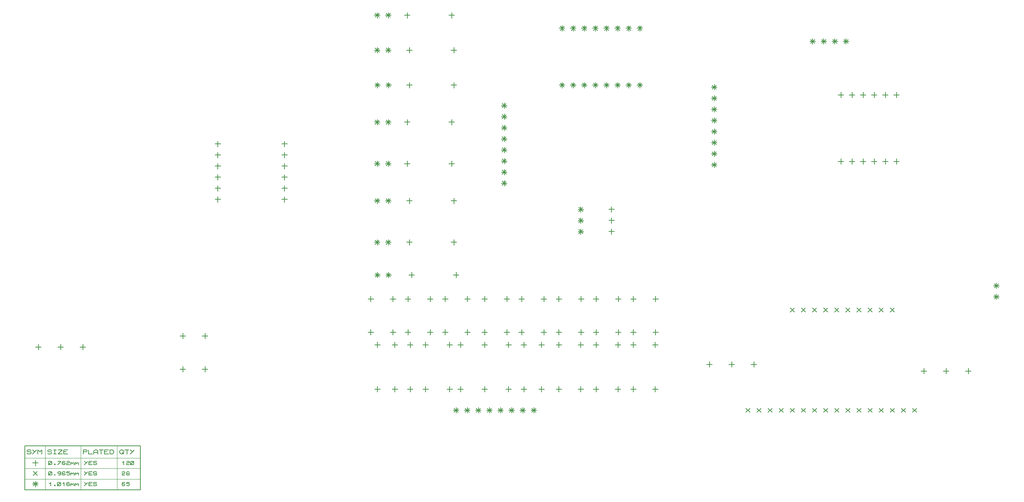
<source format=gbr>
G04 PROTEUS RS274X GERBER FILE*
%FSLAX45Y45*%
%MOMM*%
G01*
%ADD17C,0.203200*%
%ADD20C,0.127000*%
%ADD21C,0.063500*%
D17*
X-9242000Y-186500D02*
X-9242000Y-313500D01*
X-9305500Y-250000D02*
X-9178500Y-250000D01*
X-8734000Y-186500D02*
X-8734000Y-313500D01*
X-8797500Y-250000D02*
X-8670500Y-250000D01*
X-9750000Y-186500D02*
X-9750000Y-313500D01*
X-9813500Y-250000D02*
X-9686500Y-250000D01*
X-6448000Y+67500D02*
X-6448000Y-59500D01*
X-6511500Y+4000D02*
X-6384500Y+4000D01*
X-5940000Y+67500D02*
X-5940000Y-59500D01*
X-6003500Y+4000D02*
X-5876500Y+4000D01*
X-5940000Y-694500D02*
X-5940000Y-821500D01*
X-6003500Y-758000D02*
X-5876500Y-758000D01*
X-6448000Y-694500D02*
X-6448000Y-821500D01*
X-6511500Y-758000D02*
X-6384500Y-758000D01*
X-1750000Y+7413500D02*
X-1750000Y+7286500D01*
X-1813500Y+7350000D02*
X-1686500Y+7350000D01*
X-1794901Y+7394901D02*
X-1705099Y+7305099D01*
X-1794901Y+7305099D02*
X-1705099Y+7394901D01*
X-2004000Y+7413500D02*
X-2004000Y+7286500D01*
X-2067500Y+7350000D02*
X-1940500Y+7350000D01*
X-2048901Y+7394901D02*
X-1959099Y+7305099D01*
X-2048901Y+7305099D02*
X-1959099Y+7394901D01*
X-1750000Y+6613500D02*
X-1750000Y+6486500D01*
X-1813500Y+6550000D02*
X-1686500Y+6550000D01*
X-1794901Y+6594901D02*
X-1705099Y+6505099D01*
X-1794901Y+6505099D02*
X-1705099Y+6594901D01*
X-2004000Y+6613500D02*
X-2004000Y+6486500D01*
X-2067500Y+6550000D02*
X-1940500Y+6550000D01*
X-2048901Y+6594901D02*
X-1959099Y+6505099D01*
X-2048901Y+6505099D02*
X-1959099Y+6594901D01*
X-1746000Y+5813500D02*
X-1746000Y+5686500D01*
X-1809500Y+5750000D02*
X-1682500Y+5750000D01*
X-1790901Y+5794901D02*
X-1701099Y+5705099D01*
X-1790901Y+5705099D02*
X-1701099Y+5794901D01*
X-2000000Y+5813500D02*
X-2000000Y+5686500D01*
X-2063500Y+5750000D02*
X-1936500Y+5750000D01*
X-2044901Y+5794901D02*
X-1955099Y+5705099D01*
X-2044901Y+5705099D02*
X-1955099Y+5794901D01*
X-1750000Y+4963500D02*
X-1750000Y+4836500D01*
X-1813500Y+4900000D02*
X-1686500Y+4900000D01*
X-1794901Y+4944901D02*
X-1705099Y+4855099D01*
X-1794901Y+4855099D02*
X-1705099Y+4944901D01*
X-2004000Y+4963500D02*
X-2004000Y+4836500D01*
X-2067500Y+4900000D02*
X-1940500Y+4900000D01*
X-2048901Y+4944901D02*
X-1959099Y+4855099D01*
X-2048901Y+4855099D02*
X-1959099Y+4944901D01*
X-1750000Y+4013500D02*
X-1750000Y+3886500D01*
X-1813500Y+3950000D02*
X-1686500Y+3950000D01*
X-1794901Y+3994901D02*
X-1705099Y+3905099D01*
X-1794901Y+3905099D02*
X-1705099Y+3994901D01*
X-2004000Y+4013500D02*
X-2004000Y+3886500D01*
X-2067500Y+3950000D02*
X-1940500Y+3950000D01*
X-2048901Y+3994901D02*
X-1959099Y+3905099D01*
X-2048901Y+3905099D02*
X-1959099Y+3994901D01*
X-1750000Y+3163500D02*
X-1750000Y+3036500D01*
X-1813500Y+3100000D02*
X-1686500Y+3100000D01*
X-1794901Y+3144901D02*
X-1705099Y+3055099D01*
X-1794901Y+3055099D02*
X-1705099Y+3144901D01*
X-2004000Y+3163500D02*
X-2004000Y+3036500D01*
X-2067500Y+3100000D02*
X-1940500Y+3100000D01*
X-2048901Y+3144901D02*
X-1959099Y+3055099D01*
X-2048901Y+3055099D02*
X-1959099Y+3144901D01*
X-1750000Y+2213500D02*
X-1750000Y+2086500D01*
X-1813500Y+2150000D02*
X-1686500Y+2150000D01*
X-1794901Y+2194901D02*
X-1705099Y+2105099D01*
X-1794901Y+2105099D02*
X-1705099Y+2194901D01*
X-2004000Y+2213500D02*
X-2004000Y+2086500D01*
X-2067500Y+2150000D02*
X-1940500Y+2150000D01*
X-2048901Y+2194901D02*
X-1959099Y+2105099D01*
X-2048901Y+2105099D02*
X-1959099Y+2194901D01*
X-1746000Y+1463500D02*
X-1746000Y+1336500D01*
X-1809500Y+1400000D02*
X-1682500Y+1400000D01*
X-1790901Y+1444901D02*
X-1701099Y+1355099D01*
X-1790901Y+1355099D02*
X-1701099Y+1444901D01*
X-2000000Y+1463500D02*
X-2000000Y+1336500D01*
X-2063500Y+1400000D02*
X-1936500Y+1400000D01*
X-2044901Y+1444901D02*
X-1955099Y+1355099D01*
X-2044901Y+1355099D02*
X-1955099Y+1444901D01*
X-200000Y+1463500D02*
X-200000Y+1336500D01*
X-263500Y+1400000D02*
X-136500Y+1400000D01*
X-1216000Y+1463500D02*
X-1216000Y+1336500D01*
X-1279500Y+1400000D02*
X-1152500Y+1400000D01*
X-250000Y+2213500D02*
X-250000Y+2086500D01*
X-313500Y+2150000D02*
X-186500Y+2150000D01*
X-1266000Y+2213500D02*
X-1266000Y+2086500D01*
X-1329500Y+2150000D02*
X-1202500Y+2150000D01*
X-250000Y+3163500D02*
X-250000Y+3036500D01*
X-313500Y+3100000D02*
X-186500Y+3100000D01*
X-1266000Y+3163500D02*
X-1266000Y+3036500D01*
X-1329500Y+3100000D02*
X-1202500Y+3100000D01*
X-300000Y+4013500D02*
X-300000Y+3886500D01*
X-363500Y+3950000D02*
X-236500Y+3950000D01*
X-1316000Y+4013500D02*
X-1316000Y+3886500D01*
X-1379500Y+3950000D02*
X-1252500Y+3950000D01*
X-300000Y+4963500D02*
X-300000Y+4836500D01*
X-363500Y+4900000D02*
X-236500Y+4900000D01*
X-1316000Y+4963500D02*
X-1316000Y+4836500D01*
X-1379500Y+4900000D02*
X-1252500Y+4900000D01*
X-250000Y+5813500D02*
X-250000Y+5686500D01*
X-313500Y+5750000D02*
X-186500Y+5750000D01*
X-1266000Y+5813500D02*
X-1266000Y+5686500D01*
X-1329500Y+5750000D02*
X-1202500Y+5750000D01*
X-250000Y+6613500D02*
X-250000Y+6486500D01*
X-313500Y+6550000D02*
X-186500Y+6550000D01*
X-1266000Y+6613500D02*
X-1266000Y+6486500D01*
X-1329500Y+6550000D02*
X-1202500Y+6550000D01*
X-300000Y+7413500D02*
X-300000Y+7286500D01*
X-363500Y+7350000D02*
X-236500Y+7350000D01*
X-1316000Y+7413500D02*
X-1316000Y+7286500D01*
X-1379500Y+7350000D02*
X-1252500Y+7350000D01*
X+900000Y+3563500D02*
X+900000Y+3436500D01*
X+836500Y+3500000D02*
X+963500Y+3500000D01*
X+855099Y+3544901D02*
X+944901Y+3455099D01*
X+855099Y+3455099D02*
X+944901Y+3544901D01*
X+900000Y+3817500D02*
X+900000Y+3690500D01*
X+836500Y+3754000D02*
X+963500Y+3754000D01*
X+855099Y+3798901D02*
X+944901Y+3709099D01*
X+855099Y+3709099D02*
X+944901Y+3798901D01*
X+900000Y+4071500D02*
X+900000Y+3944500D01*
X+836500Y+4008000D02*
X+963500Y+4008000D01*
X+855099Y+4052901D02*
X+944901Y+3963099D01*
X+855099Y+3963099D02*
X+944901Y+4052901D01*
X+900000Y+4325500D02*
X+900000Y+4198500D01*
X+836500Y+4262000D02*
X+963500Y+4262000D01*
X+855099Y+4306901D02*
X+944901Y+4217099D01*
X+855099Y+4217099D02*
X+944901Y+4306901D01*
X+900000Y+4579500D02*
X+900000Y+4452500D01*
X+836500Y+4516000D02*
X+963500Y+4516000D01*
X+855099Y+4560901D02*
X+944901Y+4471099D01*
X+855099Y+4471099D02*
X+944901Y+4560901D01*
X+900000Y+4833500D02*
X+900000Y+4706500D01*
X+836500Y+4770000D02*
X+963500Y+4770000D01*
X+855099Y+4814901D02*
X+944901Y+4725099D01*
X+855099Y+4725099D02*
X+944901Y+4814901D01*
X+900000Y+5087500D02*
X+900000Y+4960500D01*
X+836500Y+5024000D02*
X+963500Y+5024000D01*
X+855099Y+5068901D02*
X+944901Y+4979099D01*
X+855099Y+4979099D02*
X+944901Y+5068901D01*
X+900000Y+5341500D02*
X+900000Y+5214500D01*
X+836500Y+5278000D02*
X+963500Y+5278000D01*
X+855099Y+5322901D02*
X+944901Y+5233099D01*
X+855099Y+5233099D02*
X+944901Y+5322901D01*
X+4000000Y+7113500D02*
X+4000000Y+6986500D01*
X+3936500Y+7050000D02*
X+4063500Y+7050000D01*
X+3955099Y+7094901D02*
X+4044901Y+7005099D01*
X+3955099Y+7005099D02*
X+4044901Y+7094901D01*
X+3746000Y+7113500D02*
X+3746000Y+6986500D01*
X+3682500Y+7050000D02*
X+3809500Y+7050000D01*
X+3701099Y+7094901D02*
X+3790901Y+7005099D01*
X+3701099Y+7005099D02*
X+3790901Y+7094901D01*
X+3492000Y+7113500D02*
X+3492000Y+6986500D01*
X+3428500Y+7050000D02*
X+3555500Y+7050000D01*
X+3447099Y+7094901D02*
X+3536901Y+7005099D01*
X+3447099Y+7005099D02*
X+3536901Y+7094901D01*
X+3238000Y+7113500D02*
X+3238000Y+6986500D01*
X+3174500Y+7050000D02*
X+3301500Y+7050000D01*
X+3193099Y+7094901D02*
X+3282901Y+7005099D01*
X+3193099Y+7005099D02*
X+3282901Y+7094901D01*
X+2984000Y+7113500D02*
X+2984000Y+6986500D01*
X+2920500Y+7050000D02*
X+3047500Y+7050000D01*
X+2939099Y+7094901D02*
X+3028901Y+7005099D01*
X+2939099Y+7005099D02*
X+3028901Y+7094901D01*
X+2730000Y+7113500D02*
X+2730000Y+6986500D01*
X+2666500Y+7050000D02*
X+2793500Y+7050000D01*
X+2685099Y+7094901D02*
X+2774901Y+7005099D01*
X+2685099Y+7005099D02*
X+2774901Y+7094901D01*
X+2476000Y+7113500D02*
X+2476000Y+6986500D01*
X+2412500Y+7050000D02*
X+2539500Y+7050000D01*
X+2431099Y+7094901D02*
X+2520901Y+7005099D01*
X+2431099Y+7005099D02*
X+2520901Y+7094901D01*
X+2222000Y+7113500D02*
X+2222000Y+6986500D01*
X+2158500Y+7050000D02*
X+2285500Y+7050000D01*
X+2177099Y+7094901D02*
X+2266901Y+7005099D01*
X+2177099Y+7005099D02*
X+2266901Y+7094901D01*
X+4000000Y+5813500D02*
X+4000000Y+5686500D01*
X+3936500Y+5750000D02*
X+4063500Y+5750000D01*
X+3955099Y+5794901D02*
X+4044901Y+5705099D01*
X+3955099Y+5705099D02*
X+4044901Y+5794901D01*
X+3746000Y+5813500D02*
X+3746000Y+5686500D01*
X+3682500Y+5750000D02*
X+3809500Y+5750000D01*
X+3701099Y+5794901D02*
X+3790901Y+5705099D01*
X+3701099Y+5705099D02*
X+3790901Y+5794901D01*
X+3492000Y+5813500D02*
X+3492000Y+5686500D01*
X+3428500Y+5750000D02*
X+3555500Y+5750000D01*
X+3447099Y+5794901D02*
X+3536901Y+5705099D01*
X+3447099Y+5705099D02*
X+3536901Y+5794901D01*
X+3238000Y+5813500D02*
X+3238000Y+5686500D01*
X+3174500Y+5750000D02*
X+3301500Y+5750000D01*
X+3193099Y+5794901D02*
X+3282901Y+5705099D01*
X+3193099Y+5705099D02*
X+3282901Y+5794901D01*
X+2984000Y+5813500D02*
X+2984000Y+5686500D01*
X+2920500Y+5750000D02*
X+3047500Y+5750000D01*
X+2939099Y+5794901D02*
X+3028901Y+5705099D01*
X+2939099Y+5705099D02*
X+3028901Y+5794901D01*
X+2730000Y+5813500D02*
X+2730000Y+5686500D01*
X+2666500Y+5750000D02*
X+2793500Y+5750000D01*
X+2685099Y+5794901D02*
X+2774901Y+5705099D01*
X+2685099Y+5705099D02*
X+2774901Y+5794901D01*
X+2476000Y+5813500D02*
X+2476000Y+5686500D01*
X+2412500Y+5750000D02*
X+2539500Y+5750000D01*
X+2431099Y+5794901D02*
X+2520901Y+5705099D01*
X+2431099Y+5705099D02*
X+2520901Y+5794901D01*
X+2222000Y+5813500D02*
X+2222000Y+5686500D01*
X+2158500Y+5750000D02*
X+2285500Y+5750000D01*
X+2177099Y+5794901D02*
X+2266901Y+5705099D01*
X+2177099Y+5705099D02*
X+2266901Y+5794901D01*
X+5700000Y+5763500D02*
X+5700000Y+5636500D01*
X+5636500Y+5700000D02*
X+5763500Y+5700000D01*
X+5655099Y+5744901D02*
X+5744901Y+5655099D01*
X+5655099Y+5655099D02*
X+5744901Y+5744901D01*
X+5700000Y+5509500D02*
X+5700000Y+5382500D01*
X+5636500Y+5446000D02*
X+5763500Y+5446000D01*
X+5655099Y+5490901D02*
X+5744901Y+5401099D01*
X+5655099Y+5401099D02*
X+5744901Y+5490901D01*
X+5700000Y+5255500D02*
X+5700000Y+5128500D01*
X+5636500Y+5192000D02*
X+5763500Y+5192000D01*
X+5655099Y+5236901D02*
X+5744901Y+5147099D01*
X+5655099Y+5147099D02*
X+5744901Y+5236901D01*
X+5700000Y+5001500D02*
X+5700000Y+4874500D01*
X+5636500Y+4938000D02*
X+5763500Y+4938000D01*
X+5655099Y+4982901D02*
X+5744901Y+4893099D01*
X+5655099Y+4893099D02*
X+5744901Y+4982901D01*
X+5700000Y+4747500D02*
X+5700000Y+4620500D01*
X+5636500Y+4684000D02*
X+5763500Y+4684000D01*
X+5655099Y+4728901D02*
X+5744901Y+4639099D01*
X+5655099Y+4639099D02*
X+5744901Y+4728901D01*
X+5700000Y+4493500D02*
X+5700000Y+4366500D01*
X+5636500Y+4430000D02*
X+5763500Y+4430000D01*
X+5655099Y+4474901D02*
X+5744901Y+4385099D01*
X+5655099Y+4385099D02*
X+5744901Y+4474901D01*
X+5700000Y+4239500D02*
X+5700000Y+4112500D01*
X+5636500Y+4176000D02*
X+5763500Y+4176000D01*
X+5655099Y+4220901D02*
X+5744901Y+4131099D01*
X+5655099Y+4131099D02*
X+5744901Y+4220901D01*
X+5700000Y+3985500D02*
X+5700000Y+3858500D01*
X+5636500Y+3922000D02*
X+5763500Y+3922000D01*
X+5655099Y+3966901D02*
X+5744901Y+3877099D01*
X+5655099Y+3877099D02*
X+5744901Y+3966901D01*
X+8712000Y+6813500D02*
X+8712000Y+6686500D01*
X+8648500Y+6750000D02*
X+8775500Y+6750000D01*
X+8667099Y+6794901D02*
X+8756901Y+6705099D01*
X+8667099Y+6705099D02*
X+8756901Y+6794901D01*
X+8458000Y+6813500D02*
X+8458000Y+6686500D01*
X+8394500Y+6750000D02*
X+8521500Y+6750000D01*
X+8413099Y+6794901D02*
X+8502901Y+6705099D01*
X+8413099Y+6705099D02*
X+8502901Y+6794901D01*
X+8204000Y+6813500D02*
X+8204000Y+6686500D01*
X+8140500Y+6750000D02*
X+8267500Y+6750000D01*
X+8159099Y+6794901D02*
X+8248901Y+6705099D01*
X+8159099Y+6705099D02*
X+8248901Y+6794901D01*
X+7950000Y+6813500D02*
X+7950000Y+6686500D01*
X+7886500Y+6750000D02*
X+8013500Y+6750000D01*
X+7905099Y+6794901D02*
X+7994901Y+6705099D01*
X+7905099Y+6705099D02*
X+7994901Y+6794901D01*
X+6423099Y-1655099D02*
X+6512901Y-1744901D01*
X+6423099Y-1744901D02*
X+6512901Y-1655099D01*
X+6677099Y-1655099D02*
X+6766901Y-1744901D01*
X+6677099Y-1744901D02*
X+6766901Y-1655099D01*
X+6931099Y-1655099D02*
X+7020901Y-1744901D01*
X+6931099Y-1744901D02*
X+7020901Y-1655099D01*
X+7185099Y-1655099D02*
X+7274901Y-1744901D01*
X+7185099Y-1744901D02*
X+7274901Y-1655099D01*
X+7439099Y-1655099D02*
X+7528901Y-1744901D01*
X+7439099Y-1744901D02*
X+7528901Y-1655099D01*
X+7693099Y-1655099D02*
X+7782901Y-1744901D01*
X+7693099Y-1744901D02*
X+7782901Y-1655099D01*
X+7947099Y-1655099D02*
X+8036901Y-1744901D01*
X+7947099Y-1744901D02*
X+8036901Y-1655099D01*
X+8201099Y-1655099D02*
X+8290901Y-1744901D01*
X+8201099Y-1744901D02*
X+8290901Y-1655099D01*
X+8455099Y-1655099D02*
X+8544901Y-1744901D01*
X+8455099Y-1744901D02*
X+8544901Y-1655099D01*
X+8709099Y-1655099D02*
X+8798901Y-1744901D01*
X+8709099Y-1744901D02*
X+8798901Y-1655099D01*
X+8963099Y-1655099D02*
X+9052901Y-1744901D01*
X+8963099Y-1744901D02*
X+9052901Y-1655099D01*
X+9217099Y-1655099D02*
X+9306901Y-1744901D01*
X+9217099Y-1744901D02*
X+9306901Y-1655099D01*
X+9471099Y-1655099D02*
X+9560901Y-1744901D01*
X+9471099Y-1744901D02*
X+9560901Y-1655099D01*
X+9725099Y-1655099D02*
X+9814901Y-1744901D01*
X+9725099Y-1744901D02*
X+9814901Y-1655099D01*
X+9979099Y-1655099D02*
X+10068901Y-1744901D01*
X+9979099Y-1744901D02*
X+10068901Y-1655099D01*
X+10233099Y-1655099D02*
X+10322901Y-1744901D01*
X+10233099Y-1744901D02*
X+10322901Y-1655099D01*
X+7439099Y+644901D02*
X+7528901Y+555099D01*
X+7439099Y+555099D02*
X+7528901Y+644901D01*
X+7693099Y+644901D02*
X+7782901Y+555099D01*
X+7693099Y+555099D02*
X+7782901Y+644901D01*
X+7947099Y+644901D02*
X+8036901Y+555099D01*
X+7947099Y+555099D02*
X+8036901Y+644901D01*
X+8201099Y+644901D02*
X+8290901Y+555099D01*
X+8201099Y+555099D02*
X+8290901Y+644901D01*
X+8455099Y+644901D02*
X+8544901Y+555099D01*
X+8455099Y+555099D02*
X+8544901Y+644901D01*
X+8709099Y+644901D02*
X+8798901Y+555099D01*
X+8709099Y+555099D02*
X+8798901Y+644901D01*
X+8963099Y+644901D02*
X+9052901Y+555099D01*
X+8963099Y+555099D02*
X+9052901Y+644901D01*
X+9217099Y+644901D02*
X+9306901Y+555099D01*
X+9217099Y+555099D02*
X+9306901Y+644901D01*
X+9471099Y+644901D02*
X+9560901Y+555099D01*
X+9471099Y+555099D02*
X+9560901Y+644901D01*
X+9725099Y+644901D02*
X+9814901Y+555099D01*
X+9725099Y+555099D02*
X+9814901Y+644901D01*
X+10492000Y-736500D02*
X+10492000Y-863500D01*
X+10428500Y-800000D02*
X+10555500Y-800000D01*
X+11000000Y-736500D02*
X+11000000Y-863500D01*
X+10936500Y-800000D02*
X+11063500Y-800000D01*
X+11508000Y-736500D02*
X+11508000Y-863500D01*
X+11444500Y-800000D02*
X+11571500Y-800000D01*
X+5592000Y-586500D02*
X+5592000Y-713500D01*
X+5528500Y-650000D02*
X+5655500Y-650000D01*
X+6100000Y-586500D02*
X+6100000Y-713500D01*
X+6036500Y-650000D02*
X+6163500Y-650000D01*
X+6608000Y-586500D02*
X+6608000Y-713500D01*
X+6544500Y-650000D02*
X+6671500Y-650000D01*
X+12150000Y+963500D02*
X+12150000Y+836500D01*
X+12086500Y+900000D02*
X+12213500Y+900000D01*
X+12105099Y+944901D02*
X+12194901Y+855099D01*
X+12105099Y+855099D02*
X+12194901Y+944901D01*
X+12150000Y+1217500D02*
X+12150000Y+1090500D01*
X+12086500Y+1154000D02*
X+12213500Y+1154000D01*
X+12105099Y+1198901D02*
X+12194901Y+1109099D01*
X+12105099Y+1109099D02*
X+12194901Y+1198901D01*
X-2150000Y+913500D02*
X-2150000Y+786500D01*
X-2213500Y+850000D02*
X-2086500Y+850000D01*
X-1642000Y+913500D02*
X-1642000Y+786500D01*
X-1705500Y+850000D02*
X-1578500Y+850000D01*
X-2150000Y+151500D02*
X-2150000Y+24500D01*
X-2213500Y+88000D02*
X-2086500Y+88000D01*
X-1642000Y+151500D02*
X-1642000Y+24500D01*
X-1705500Y+88000D02*
X-1578500Y+88000D01*
X-1300000Y+913500D02*
X-1300000Y+786500D01*
X-1363500Y+850000D02*
X-1236500Y+850000D01*
X-792000Y+913500D02*
X-792000Y+786500D01*
X-855500Y+850000D02*
X-728500Y+850000D01*
X-1300000Y+151500D02*
X-1300000Y+24500D01*
X-1363500Y+88000D02*
X-1236500Y+88000D01*
X-792000Y+151500D02*
X-792000Y+24500D01*
X-855500Y+88000D02*
X-728500Y+88000D01*
X-450000Y+913500D02*
X-450000Y+786500D01*
X-513500Y+850000D02*
X-386500Y+850000D01*
X+58000Y+913500D02*
X+58000Y+786500D01*
X-5500Y+850000D02*
X+121500Y+850000D01*
X-450000Y+151500D02*
X-450000Y+24500D01*
X-513500Y+88000D02*
X-386500Y+88000D01*
X+58000Y+151500D02*
X+58000Y+24500D01*
X-5500Y+88000D02*
X+121500Y+88000D01*
X+450000Y+913500D02*
X+450000Y+786500D01*
X+386500Y+850000D02*
X+513500Y+850000D01*
X+958000Y+913500D02*
X+958000Y+786500D01*
X+894500Y+850000D02*
X+1021500Y+850000D01*
X+450000Y+151500D02*
X+450000Y+24500D01*
X+386500Y+88000D02*
X+513500Y+88000D01*
X+958000Y+151500D02*
X+958000Y+24500D01*
X+894500Y+88000D02*
X+1021500Y+88000D01*
X+1300000Y+913500D02*
X+1300000Y+786500D01*
X+1236500Y+850000D02*
X+1363500Y+850000D01*
X+1808000Y+913500D02*
X+1808000Y+786500D01*
X+1744500Y+850000D02*
X+1871500Y+850000D01*
X+1300000Y+151500D02*
X+1300000Y+24500D01*
X+1236500Y+88000D02*
X+1363500Y+88000D01*
X+1808000Y+151500D02*
X+1808000Y+24500D01*
X+1744500Y+88000D02*
X+1871500Y+88000D01*
X+2150000Y+913500D02*
X+2150000Y+786500D01*
X+2086500Y+850000D02*
X+2213500Y+850000D01*
X+2658000Y+913500D02*
X+2658000Y+786500D01*
X+2594500Y+850000D02*
X+2721500Y+850000D01*
X+2150000Y+151500D02*
X+2150000Y+24500D01*
X+2086500Y+88000D02*
X+2213500Y+88000D01*
X+2658000Y+151500D02*
X+2658000Y+24500D01*
X+2594500Y+88000D02*
X+2721500Y+88000D01*
X+3000000Y+913500D02*
X+3000000Y+786500D01*
X+2936500Y+850000D02*
X+3063500Y+850000D01*
X+3508000Y+913500D02*
X+3508000Y+786500D01*
X+3444500Y+850000D02*
X+3571500Y+850000D01*
X+3000000Y+151500D02*
X+3000000Y+24500D01*
X+2936500Y+88000D02*
X+3063500Y+88000D01*
X+3508000Y+151500D02*
X+3508000Y+24500D01*
X+3444500Y+88000D02*
X+3571500Y+88000D01*
X+3850000Y+913500D02*
X+3850000Y+786500D01*
X+3786500Y+850000D02*
X+3913500Y+850000D01*
X+4358000Y+913500D02*
X+4358000Y+786500D01*
X+4294500Y+850000D02*
X+4421500Y+850000D01*
X+3850000Y+151500D02*
X+3850000Y+24500D01*
X+3786500Y+88000D02*
X+3913500Y+88000D01*
X+4358000Y+151500D02*
X+4358000Y+24500D01*
X+4294500Y+88000D02*
X+4421500Y+88000D01*
X-1600000Y-136500D02*
X-1600000Y-263500D01*
X-1663500Y-200000D02*
X-1536500Y-200000D01*
X-1600000Y-1152500D02*
X-1600000Y-1279500D01*
X-1663500Y-1216000D02*
X-1536500Y-1216000D01*
X+1578000Y-1636500D02*
X+1578000Y-1763500D01*
X+1514500Y-1700000D02*
X+1641500Y-1700000D01*
X+1533099Y-1655099D02*
X+1622901Y-1744901D01*
X+1533099Y-1744901D02*
X+1622901Y-1655099D01*
X+1324000Y-1636500D02*
X+1324000Y-1763500D01*
X+1260500Y-1700000D02*
X+1387500Y-1700000D01*
X+1279099Y-1655099D02*
X+1368901Y-1744901D01*
X+1279099Y-1744901D02*
X+1368901Y-1655099D01*
X+1070000Y-1636500D02*
X+1070000Y-1763500D01*
X+1006500Y-1700000D02*
X+1133500Y-1700000D01*
X+1025099Y-1655099D02*
X+1114901Y-1744901D01*
X+1025099Y-1744901D02*
X+1114901Y-1655099D01*
X+816000Y-1636500D02*
X+816000Y-1763500D01*
X+752500Y-1700000D02*
X+879500Y-1700000D01*
X+771099Y-1655099D02*
X+860901Y-1744901D01*
X+771099Y-1744901D02*
X+860901Y-1655099D01*
X+562000Y-1636500D02*
X+562000Y-1763500D01*
X+498500Y-1700000D02*
X+625500Y-1700000D01*
X+517099Y-1655099D02*
X+606901Y-1744901D01*
X+517099Y-1744901D02*
X+606901Y-1655099D01*
X+308000Y-1636500D02*
X+308000Y-1763500D01*
X+244500Y-1700000D02*
X+371500Y-1700000D01*
X+263099Y-1655099D02*
X+352901Y-1744901D01*
X+263099Y-1744901D02*
X+352901Y-1655099D01*
X+54000Y-1636500D02*
X+54000Y-1763500D01*
X-9500Y-1700000D02*
X+117500Y-1700000D01*
X+9099Y-1655099D02*
X+98901Y-1744901D01*
X+9099Y-1744901D02*
X+98901Y-1655099D01*
X-200000Y-1636500D02*
X-200000Y-1763500D01*
X-263500Y-1700000D02*
X-136500Y-1700000D01*
X-244901Y-1655099D02*
X-155099Y-1744901D01*
X-244901Y-1744901D02*
X-155099Y-1655099D01*
X-2000000Y-136500D02*
X-2000000Y-263500D01*
X-2063500Y-200000D02*
X-1936500Y-200000D01*
X-2000000Y-1152500D02*
X-2000000Y-1279500D01*
X-2063500Y-1216000D02*
X-1936500Y-1216000D01*
X-1250000Y-136500D02*
X-1250000Y-263500D01*
X-1313500Y-200000D02*
X-1186500Y-200000D01*
X-1250000Y-1152500D02*
X-1250000Y-1279500D01*
X-1313500Y-1216000D02*
X-1186500Y-1216000D01*
X-900000Y-136500D02*
X-900000Y-263500D01*
X-963500Y-200000D02*
X-836500Y-200000D01*
X-900000Y-1152500D02*
X-900000Y-1279500D01*
X-963500Y-1216000D02*
X-836500Y-1216000D01*
X-350000Y-136500D02*
X-350000Y-263500D01*
X-413500Y-200000D02*
X-286500Y-200000D01*
X-350000Y-1152500D02*
X-350000Y-1279500D01*
X-413500Y-1216000D02*
X-286500Y-1216000D01*
X-100000Y-136500D02*
X-100000Y-263500D01*
X-163500Y-200000D02*
X-36500Y-200000D01*
X-100000Y-1152500D02*
X-100000Y-1279500D01*
X-163500Y-1216000D02*
X-36500Y-1216000D01*
X+1000000Y-136500D02*
X+1000000Y-263500D01*
X+936500Y-200000D02*
X+1063500Y-200000D01*
X+1000000Y-1152500D02*
X+1000000Y-1279500D01*
X+936500Y-1216000D02*
X+1063500Y-1216000D01*
X+450000Y-136500D02*
X+450000Y-263500D01*
X+386500Y-200000D02*
X+513500Y-200000D01*
X+450000Y-1152500D02*
X+450000Y-1279500D01*
X+386500Y-1216000D02*
X+513500Y-1216000D01*
X+1350000Y-136500D02*
X+1350000Y-263500D01*
X+1286500Y-200000D02*
X+1413500Y-200000D01*
X+1350000Y-1152500D02*
X+1350000Y-1279500D01*
X+1286500Y-1216000D02*
X+1413500Y-1216000D01*
X+1750000Y-136500D02*
X+1750000Y-263500D01*
X+1686500Y-200000D02*
X+1813500Y-200000D01*
X+1750000Y-1152500D02*
X+1750000Y-1279500D01*
X+1686500Y-1216000D02*
X+1813500Y-1216000D01*
X+2150000Y-136500D02*
X+2150000Y-263500D01*
X+2086500Y-200000D02*
X+2213500Y-200000D01*
X+2150000Y-1152500D02*
X+2150000Y-1279500D01*
X+2086500Y-1216000D02*
X+2213500Y-1216000D01*
X+2650000Y-136500D02*
X+2650000Y-263500D01*
X+2586500Y-200000D02*
X+2713500Y-200000D01*
X+2650000Y-1152500D02*
X+2650000Y-1279500D01*
X+2586500Y-1216000D02*
X+2713500Y-1216000D01*
X+3000000Y-136500D02*
X+3000000Y-263500D01*
X+2936500Y-200000D02*
X+3063500Y-200000D01*
X+3000000Y-1152500D02*
X+3000000Y-1279500D01*
X+2936500Y-1216000D02*
X+3063500Y-1216000D01*
X+3500000Y-136500D02*
X+3500000Y-263500D01*
X+3436500Y-200000D02*
X+3563500Y-200000D01*
X+3500000Y-1152500D02*
X+3500000Y-1279500D01*
X+3436500Y-1216000D02*
X+3563500Y-1216000D01*
X+3850000Y-136500D02*
X+3850000Y-263500D01*
X+3786500Y-200000D02*
X+3913500Y-200000D01*
X+3850000Y-1152500D02*
X+3850000Y-1279500D01*
X+3786500Y-1216000D02*
X+3913500Y-1216000D01*
X+4350000Y-136500D02*
X+4350000Y-263500D01*
X+4286500Y-200000D02*
X+4413500Y-200000D01*
X+4350000Y-1152500D02*
X+4350000Y-1279500D01*
X+4286500Y-1216000D02*
X+4413500Y-1216000D01*
X+2650000Y+2455500D02*
X+2650000Y+2328500D01*
X+2586500Y+2392000D02*
X+2713500Y+2392000D01*
X+2605099Y+2436901D02*
X+2694901Y+2347099D01*
X+2605099Y+2347099D02*
X+2694901Y+2436901D01*
X+2650000Y+2709500D02*
X+2650000Y+2582500D01*
X+2586500Y+2646000D02*
X+2713500Y+2646000D01*
X+2605099Y+2690901D02*
X+2694901Y+2601099D01*
X+2605099Y+2601099D02*
X+2694901Y+2690901D01*
X+2650000Y+2963500D02*
X+2650000Y+2836500D01*
X+2586500Y+2900000D02*
X+2713500Y+2900000D01*
X+2605099Y+2944901D02*
X+2694901Y+2855099D01*
X+2605099Y+2855099D02*
X+2694901Y+2944901D01*
X+3350000Y+2967500D02*
X+3350000Y+2840500D01*
X+3286500Y+2904000D02*
X+3413500Y+2904000D01*
X+3350000Y+2713500D02*
X+3350000Y+2586500D01*
X+3286500Y+2650000D02*
X+3413500Y+2650000D01*
X+3350000Y+2459500D02*
X+3350000Y+2332500D01*
X+3286500Y+2396000D02*
X+3413500Y+2396000D01*
X-5650000Y+4213500D02*
X-5650000Y+4086500D01*
X-5713500Y+4150000D02*
X-5586500Y+4150000D01*
X-5650000Y+3959500D02*
X-5650000Y+3832500D01*
X-5713500Y+3896000D02*
X-5586500Y+3896000D01*
X-5650000Y+3705500D02*
X-5650000Y+3578500D01*
X-5713500Y+3642000D02*
X-5586500Y+3642000D01*
X-5650000Y+3451500D02*
X-5650000Y+3324500D01*
X-5713500Y+3388000D02*
X-5586500Y+3388000D01*
X-5650000Y+3197500D02*
X-5650000Y+3070500D01*
X-5713500Y+3134000D02*
X-5586500Y+3134000D01*
X-5650000Y+4467500D02*
X-5650000Y+4340500D01*
X-5713500Y+4404000D02*
X-5586500Y+4404000D01*
X-4126000Y+4213500D02*
X-4126000Y+4086500D01*
X-4189500Y+4150000D02*
X-4062500Y+4150000D01*
X-4126000Y+3959500D02*
X-4126000Y+3832500D01*
X-4189500Y+3896000D02*
X-4062500Y+3896000D01*
X-4126000Y+3705500D02*
X-4126000Y+3578500D01*
X-4189500Y+3642000D02*
X-4062500Y+3642000D01*
X-4126000Y+3451500D02*
X-4126000Y+3324500D01*
X-4189500Y+3388000D02*
X-4062500Y+3388000D01*
X-4126000Y+3197500D02*
X-4126000Y+3070500D01*
X-4189500Y+3134000D02*
X-4062500Y+3134000D01*
X-4126000Y+4467500D02*
X-4126000Y+4340500D01*
X-4189500Y+4404000D02*
X-4062500Y+4404000D01*
X+8850000Y+4063500D02*
X+8850000Y+3936500D01*
X+8786500Y+4000000D02*
X+8913500Y+4000000D01*
X+9104000Y+4063500D02*
X+9104000Y+3936500D01*
X+9040500Y+4000000D02*
X+9167500Y+4000000D01*
X+9358000Y+4063500D02*
X+9358000Y+3936500D01*
X+9294500Y+4000000D02*
X+9421500Y+4000000D01*
X+9612000Y+4063500D02*
X+9612000Y+3936500D01*
X+9548500Y+4000000D02*
X+9675500Y+4000000D01*
X+9866000Y+4063500D02*
X+9866000Y+3936500D01*
X+9802500Y+4000000D02*
X+9929500Y+4000000D01*
X+8596000Y+4063500D02*
X+8596000Y+3936500D01*
X+8532500Y+4000000D02*
X+8659500Y+4000000D01*
X+8850000Y+5587500D02*
X+8850000Y+5460500D01*
X+8786500Y+5524000D02*
X+8913500Y+5524000D01*
X+9104000Y+5587500D02*
X+9104000Y+5460500D01*
X+9040500Y+5524000D02*
X+9167500Y+5524000D01*
X+9358000Y+5587500D02*
X+9358000Y+5460500D01*
X+9294500Y+5524000D02*
X+9421500Y+5524000D01*
X+9612000Y+5587500D02*
X+9612000Y+5460500D01*
X+9548500Y+5524000D02*
X+9675500Y+5524000D01*
X+9866000Y+5587500D02*
X+9866000Y+5460500D01*
X+9802500Y+5524000D02*
X+9929500Y+5524000D01*
X+8596000Y+5587500D02*
X+8596000Y+5460500D01*
X+8532500Y+5524000D02*
X+8659500Y+5524000D01*
D20*
X-10064960Y-3520000D02*
X-7420820Y-3520000D01*
X-7420820Y-2516700D01*
X-10064960Y-2516700D01*
X-10064960Y-3520000D01*
D21*
X-9597598Y-2516700D02*
X-9597598Y-3520000D01*
X-8784798Y-2516700D02*
X-8784798Y-3520000D01*
X-7951678Y-2516700D02*
X-7951678Y-3520000D01*
X-10064960Y-2789750D02*
X-7420820Y-2789750D01*
X-10064960Y-3031050D02*
X-7420820Y-3031050D01*
X-10064960Y-3272350D02*
X-7420820Y-3272350D01*
D20*
X-10007810Y-2680530D02*
X-9992570Y-2695770D01*
X-9931610Y-2695770D01*
X-9916370Y-2680530D01*
X-9916370Y-2665290D01*
X-9931610Y-2650050D01*
X-9992570Y-2650050D01*
X-10007810Y-2634810D01*
X-10007810Y-2619570D01*
X-9992570Y-2604330D01*
X-9931610Y-2604330D01*
X-9916370Y-2619570D01*
X-9794450Y-2604330D02*
X-9885890Y-2695770D01*
X-9885890Y-2604330D02*
X-9840170Y-2650050D01*
X-9763970Y-2695770D02*
X-9763970Y-2604330D01*
X-9718250Y-2650050D01*
X-9672530Y-2604330D01*
X-9672530Y-2695770D01*
X-9540450Y-2680530D02*
X-9525210Y-2695770D01*
X-9464250Y-2695770D01*
X-9449010Y-2680530D01*
X-9449010Y-2665290D01*
X-9464250Y-2650050D01*
X-9525210Y-2650050D01*
X-9540450Y-2634810D01*
X-9540450Y-2619570D01*
X-9525210Y-2604330D01*
X-9464250Y-2604330D01*
X-9449010Y-2619570D01*
X-9403290Y-2604330D02*
X-9342330Y-2604330D01*
X-9372810Y-2604330D02*
X-9372810Y-2695770D01*
X-9403290Y-2695770D02*
X-9342330Y-2695770D01*
X-9296610Y-2604330D02*
X-9205170Y-2604330D01*
X-9296610Y-2695770D01*
X-9205170Y-2695770D01*
X-9083250Y-2695770D02*
X-9174690Y-2695770D01*
X-9174690Y-2604330D01*
X-9083250Y-2604330D01*
X-9174690Y-2650050D02*
X-9113730Y-2650050D01*
X-8727650Y-2695770D02*
X-8727650Y-2604330D01*
X-8651450Y-2604330D01*
X-8636210Y-2619570D01*
X-8636210Y-2634810D01*
X-8651450Y-2650050D01*
X-8727650Y-2650050D01*
X-8605730Y-2604330D02*
X-8605730Y-2695770D01*
X-8514290Y-2695770D01*
X-8483810Y-2695770D02*
X-8483810Y-2634810D01*
X-8453330Y-2604330D01*
X-8422850Y-2604330D01*
X-8392370Y-2634810D01*
X-8392370Y-2695770D01*
X-8483810Y-2665290D02*
X-8392370Y-2665290D01*
X-8361890Y-2604330D02*
X-8270450Y-2604330D01*
X-8316170Y-2604330D02*
X-8316170Y-2695770D01*
X-8148530Y-2695770D02*
X-8239970Y-2695770D01*
X-8239970Y-2604330D01*
X-8148530Y-2604330D01*
X-8239970Y-2650050D02*
X-8179010Y-2650050D01*
X-8118050Y-2695770D02*
X-8118050Y-2604330D01*
X-8057090Y-2604330D01*
X-8026610Y-2634810D01*
X-8026610Y-2665290D01*
X-8057090Y-2695770D01*
X-8118050Y-2695770D01*
X-7894530Y-2634810D02*
X-7864050Y-2604330D01*
X-7833570Y-2604330D01*
X-7803090Y-2634810D01*
X-7803090Y-2665290D01*
X-7833570Y-2695770D01*
X-7864050Y-2695770D01*
X-7894530Y-2665290D01*
X-7894530Y-2634810D01*
X-7833570Y-2665290D02*
X-7803090Y-2695770D01*
X-7772610Y-2604330D02*
X-7681170Y-2604330D01*
X-7726890Y-2604330D02*
X-7726890Y-2695770D01*
X-7559250Y-2604330D02*
X-7650690Y-2695770D01*
X-7650690Y-2604330D02*
X-7604970Y-2650050D01*
D17*
X-9818580Y-2840550D02*
X-9818580Y-2967550D01*
X-9882080Y-2904050D02*
X-9755080Y-2904050D01*
D20*
X-9521400Y-2929450D02*
X-9521400Y-2878650D01*
X-9508700Y-2865950D01*
X-9457900Y-2865950D01*
X-9445200Y-2878650D01*
X-9445200Y-2929450D01*
X-9457900Y-2942150D01*
X-9508700Y-2942150D01*
X-9521400Y-2929450D01*
X-9521400Y-2942150D02*
X-9445200Y-2865950D01*
X-9381700Y-2929450D02*
X-9369000Y-2929450D01*
X-9369000Y-2942150D01*
X-9381700Y-2942150D01*
X-9381700Y-2929450D01*
X-9305500Y-2865950D02*
X-9242000Y-2865950D01*
X-9242000Y-2878650D01*
X-9305500Y-2942150D01*
X-9140400Y-2878650D02*
X-9153100Y-2865950D01*
X-9191200Y-2865950D01*
X-9203900Y-2878650D01*
X-9203900Y-2929450D01*
X-9191200Y-2942150D01*
X-9153100Y-2942150D01*
X-9140400Y-2929450D01*
X-9140400Y-2916750D01*
X-9153100Y-2904050D01*
X-9203900Y-2904050D01*
X-9102300Y-2878650D02*
X-9089600Y-2865950D01*
X-9051500Y-2865950D01*
X-9038800Y-2878650D01*
X-9038800Y-2891350D01*
X-9051500Y-2904050D01*
X-9089600Y-2904050D01*
X-9102300Y-2916750D01*
X-9102300Y-2942150D01*
X-9038800Y-2942150D01*
X-9013400Y-2942150D02*
X-9013400Y-2891350D01*
X-9013400Y-2904050D02*
X-9000700Y-2891350D01*
X-8975300Y-2916750D01*
X-8949900Y-2891350D01*
X-8937200Y-2904050D01*
X-8937200Y-2942150D01*
X-8911800Y-2942150D02*
X-8911800Y-2891350D01*
X-8911800Y-2904050D02*
X-8899100Y-2891350D01*
X-8873700Y-2916750D01*
X-8848300Y-2891350D01*
X-8835600Y-2904050D01*
X-8835600Y-2942150D01*
X-8619700Y-2865950D02*
X-8695900Y-2942150D01*
X-8695900Y-2865950D02*
X-8657800Y-2904050D01*
X-8518100Y-2942150D02*
X-8594300Y-2942150D01*
X-8594300Y-2865950D01*
X-8518100Y-2865950D01*
X-8594300Y-2904050D02*
X-8543500Y-2904050D01*
X-8492700Y-2929450D02*
X-8480000Y-2942150D01*
X-8429200Y-2942150D01*
X-8416500Y-2929450D01*
X-8416500Y-2916750D01*
X-8429200Y-2904050D01*
X-8480000Y-2904050D01*
X-8492700Y-2891350D01*
X-8492700Y-2878650D01*
X-8480000Y-2865950D01*
X-8429200Y-2865950D01*
X-8416500Y-2878650D01*
X-7824680Y-2891350D02*
X-7799280Y-2865950D01*
X-7799280Y-2942150D01*
X-7735780Y-2878650D02*
X-7723080Y-2865950D01*
X-7684980Y-2865950D01*
X-7672280Y-2878650D01*
X-7672280Y-2891350D01*
X-7684980Y-2904050D01*
X-7723080Y-2904050D01*
X-7735780Y-2916750D01*
X-7735780Y-2942150D01*
X-7672280Y-2942150D01*
X-7646880Y-2929450D02*
X-7646880Y-2878650D01*
X-7634180Y-2865950D01*
X-7583380Y-2865950D01*
X-7570680Y-2878650D01*
X-7570680Y-2929450D01*
X-7583380Y-2942150D01*
X-7634180Y-2942150D01*
X-7646880Y-2929450D01*
X-7646880Y-2942150D02*
X-7570680Y-2865950D01*
D17*
X-9863481Y-3100449D02*
X-9773679Y-3190251D01*
X-9863481Y-3190251D02*
X-9773679Y-3100449D01*
D20*
X-9521400Y-3170750D02*
X-9521400Y-3119950D01*
X-9508700Y-3107250D01*
X-9457900Y-3107250D01*
X-9445200Y-3119950D01*
X-9445200Y-3170750D01*
X-9457900Y-3183450D01*
X-9508700Y-3183450D01*
X-9521400Y-3170750D01*
X-9521400Y-3183450D02*
X-9445200Y-3107250D01*
X-9381700Y-3170750D02*
X-9369000Y-3170750D01*
X-9369000Y-3183450D01*
X-9381700Y-3183450D01*
X-9381700Y-3170750D01*
X-9242000Y-3132650D02*
X-9254700Y-3145350D01*
X-9292800Y-3145350D01*
X-9305500Y-3132650D01*
X-9305500Y-3119950D01*
X-9292800Y-3107250D01*
X-9254700Y-3107250D01*
X-9242000Y-3119950D01*
X-9242000Y-3170750D01*
X-9254700Y-3183450D01*
X-9292800Y-3183450D01*
X-9140400Y-3119950D02*
X-9153100Y-3107250D01*
X-9191200Y-3107250D01*
X-9203900Y-3119950D01*
X-9203900Y-3170750D01*
X-9191200Y-3183450D01*
X-9153100Y-3183450D01*
X-9140400Y-3170750D01*
X-9140400Y-3158050D01*
X-9153100Y-3145350D01*
X-9203900Y-3145350D01*
X-9038800Y-3107250D02*
X-9102300Y-3107250D01*
X-9102300Y-3132650D01*
X-9051500Y-3132650D01*
X-9038800Y-3145350D01*
X-9038800Y-3170750D01*
X-9051500Y-3183450D01*
X-9089600Y-3183450D01*
X-9102300Y-3170750D01*
X-9013400Y-3183450D02*
X-9013400Y-3132650D01*
X-9013400Y-3145350D02*
X-9000700Y-3132650D01*
X-8975300Y-3158050D01*
X-8949900Y-3132650D01*
X-8937200Y-3145350D01*
X-8937200Y-3183450D01*
X-8911800Y-3183450D02*
X-8911800Y-3132650D01*
X-8911800Y-3145350D02*
X-8899100Y-3132650D01*
X-8873700Y-3158050D01*
X-8848300Y-3132650D01*
X-8835600Y-3145350D01*
X-8835600Y-3183450D01*
X-8619700Y-3107250D02*
X-8695900Y-3183450D01*
X-8695900Y-3107250D02*
X-8657800Y-3145350D01*
X-8518100Y-3183450D02*
X-8594300Y-3183450D01*
X-8594300Y-3107250D01*
X-8518100Y-3107250D01*
X-8594300Y-3145350D02*
X-8543500Y-3145350D01*
X-8492700Y-3170750D02*
X-8480000Y-3183450D01*
X-8429200Y-3183450D01*
X-8416500Y-3170750D01*
X-8416500Y-3158050D01*
X-8429200Y-3145350D01*
X-8480000Y-3145350D01*
X-8492700Y-3132650D01*
X-8492700Y-3119950D01*
X-8480000Y-3107250D01*
X-8429200Y-3107250D01*
X-8416500Y-3119950D01*
X-7837380Y-3119950D02*
X-7824680Y-3107250D01*
X-7786580Y-3107250D01*
X-7773880Y-3119950D01*
X-7773880Y-3132650D01*
X-7786580Y-3145350D01*
X-7824680Y-3145350D01*
X-7837380Y-3158050D01*
X-7837380Y-3183450D01*
X-7773880Y-3183450D01*
X-7672280Y-3119950D02*
X-7684980Y-3107250D01*
X-7723080Y-3107250D01*
X-7735780Y-3119950D01*
X-7735780Y-3170750D01*
X-7723080Y-3183450D01*
X-7684980Y-3183450D01*
X-7672280Y-3170750D01*
X-7672280Y-3158050D01*
X-7684980Y-3145350D01*
X-7735780Y-3145350D01*
D17*
X-9818580Y-3323150D02*
X-9818580Y-3450150D01*
X-9882080Y-3386650D02*
X-9755080Y-3386650D01*
X-9863481Y-3341749D02*
X-9773679Y-3431551D01*
X-9863481Y-3431551D02*
X-9773679Y-3341749D01*
D20*
X-9496000Y-3373950D02*
X-9470600Y-3348550D01*
X-9470600Y-3424750D01*
X-9381700Y-3412050D02*
X-9369000Y-3412050D01*
X-9369000Y-3424750D01*
X-9381700Y-3424750D01*
X-9381700Y-3412050D01*
X-9318200Y-3412050D02*
X-9318200Y-3361250D01*
X-9305500Y-3348550D01*
X-9254700Y-3348550D01*
X-9242000Y-3361250D01*
X-9242000Y-3412050D01*
X-9254700Y-3424750D01*
X-9305500Y-3424750D01*
X-9318200Y-3412050D01*
X-9318200Y-3424750D02*
X-9242000Y-3348550D01*
X-9191200Y-3373950D02*
X-9165800Y-3348550D01*
X-9165800Y-3424750D01*
X-9038800Y-3361250D02*
X-9051500Y-3348550D01*
X-9089600Y-3348550D01*
X-9102300Y-3361250D01*
X-9102300Y-3412050D01*
X-9089600Y-3424750D01*
X-9051500Y-3424750D01*
X-9038800Y-3412050D01*
X-9038800Y-3399350D01*
X-9051500Y-3386650D01*
X-9102300Y-3386650D01*
X-9013400Y-3424750D02*
X-9013400Y-3373950D01*
X-9013400Y-3386650D02*
X-9000700Y-3373950D01*
X-8975300Y-3399350D01*
X-8949900Y-3373950D01*
X-8937200Y-3386650D01*
X-8937200Y-3424750D01*
X-8911800Y-3424750D02*
X-8911800Y-3373950D01*
X-8911800Y-3386650D02*
X-8899100Y-3373950D01*
X-8873700Y-3399350D01*
X-8848300Y-3373950D01*
X-8835600Y-3386650D01*
X-8835600Y-3424750D01*
X-8619700Y-3348550D02*
X-8695900Y-3424750D01*
X-8695900Y-3348550D02*
X-8657800Y-3386650D01*
X-8518100Y-3424750D02*
X-8594300Y-3424750D01*
X-8594300Y-3348550D01*
X-8518100Y-3348550D01*
X-8594300Y-3386650D02*
X-8543500Y-3386650D01*
X-8492700Y-3412050D02*
X-8480000Y-3424750D01*
X-8429200Y-3424750D01*
X-8416500Y-3412050D01*
X-8416500Y-3399350D01*
X-8429200Y-3386650D01*
X-8480000Y-3386650D01*
X-8492700Y-3373950D01*
X-8492700Y-3361250D01*
X-8480000Y-3348550D01*
X-8429200Y-3348550D01*
X-8416500Y-3361250D01*
X-7773880Y-3361250D02*
X-7786580Y-3348550D01*
X-7824680Y-3348550D01*
X-7837380Y-3361250D01*
X-7837380Y-3412050D01*
X-7824680Y-3424750D01*
X-7786580Y-3424750D01*
X-7773880Y-3412050D01*
X-7773880Y-3399350D01*
X-7786580Y-3386650D01*
X-7837380Y-3386650D01*
X-7672280Y-3348550D02*
X-7735780Y-3348550D01*
X-7735780Y-3373950D01*
X-7684980Y-3373950D01*
X-7672280Y-3386650D01*
X-7672280Y-3412050D01*
X-7684980Y-3424750D01*
X-7723080Y-3424750D01*
X-7735780Y-3412050D01*
M02*

</source>
